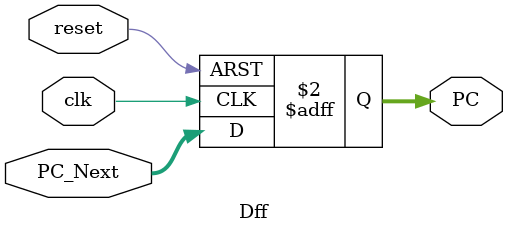
<source format=v>
module Dff(PC_Next, clk, reset, PC);
    input [31:0] PC_Next;
    input clk, reset;
    output reg [31:0] PC;

    always @ (posedge clk or posedge reset) begin
        if(reset) PC <= 32'b0;
        else PC <= PC_Next;

    end

endmodule
</source>
